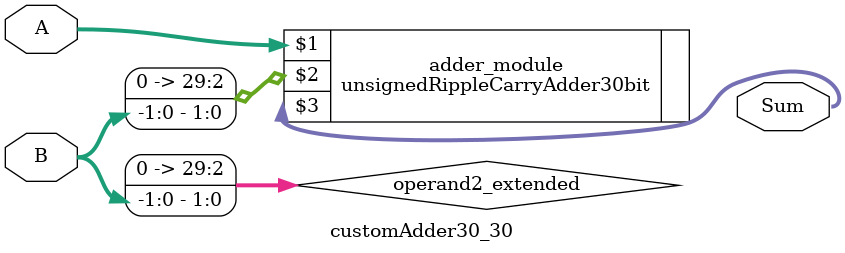
<source format=v>
module customAdder30_30(
                        input [29 : 0] A,
                        input [-1 : 0] B,
                        
                        output [30 : 0] Sum
                );

        wire [29 : 0] operand2_extended;
        
        assign operand2_extended =  {30'b0, B};
        
        unsignedRippleCarryAdder30bit adder_module(
            A,
            operand2_extended,
            Sum
        );
        
        endmodule
        
</source>
